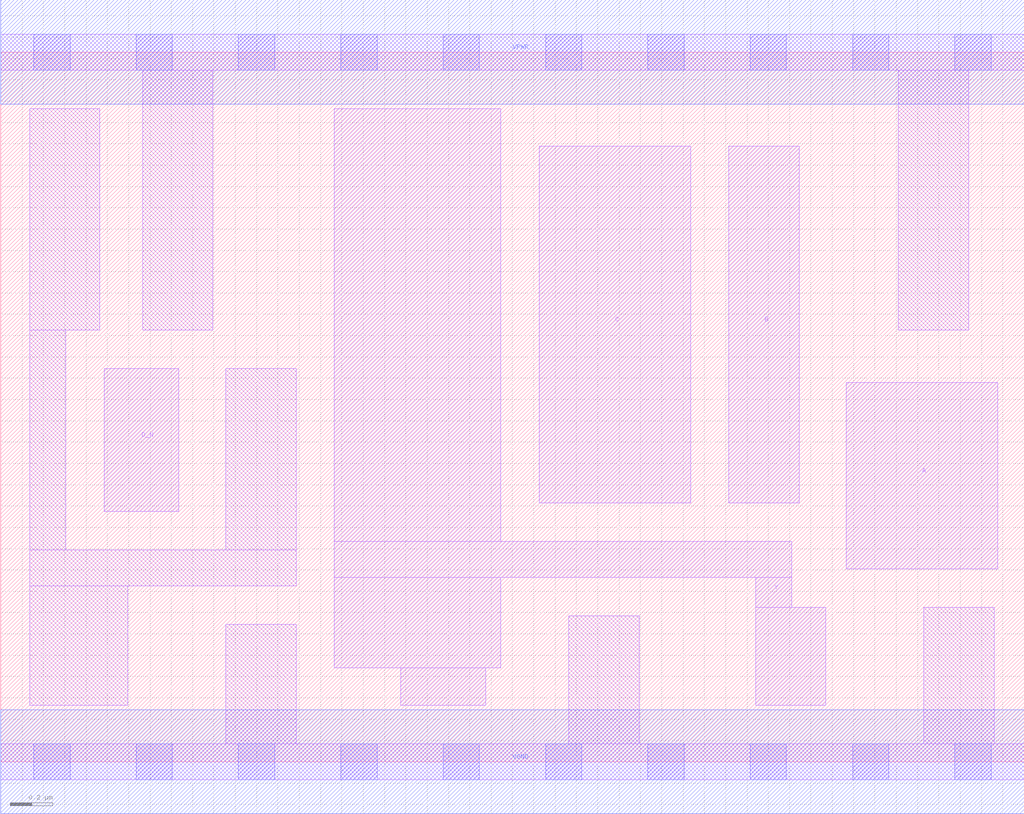
<source format=lef>
# Copyright 2020 The SkyWater PDK Authors
#
# Licensed under the Apache License, Version 2.0 (the "License");
# you may not use this file except in compliance with the License.
# You may obtain a copy of the License at
#
#     https://www.apache.org/licenses/LICENSE-2.0
#
# Unless required by applicable law or agreed to in writing, software
# distributed under the License is distributed on an "AS IS" BASIS,
# WITHOUT WARRANTIES OR CONDITIONS OF ANY KIND, either express or implied.
# See the License for the specific language governing permissions and
# limitations under the License.
#
# SPDX-License-Identifier: Apache-2.0

VERSION 5.7 ;
  NAMESCASESENSITIVE ON ;
  NOWIREEXTENSIONATPIN ON ;
  DIVIDERCHAR "/" ;
  BUSBITCHARS "[]" ;
UNITS
  DATABASE MICRONS 200 ;
END UNITS
MACRO sky130_fd_sc_lp__nor4b_lp
  CLASS CORE ;
  SOURCE USER ;
  FOREIGN sky130_fd_sc_lp__nor4b_lp ;
  ORIGIN  0.000000  0.000000 ;
  SIZE  4.800000 BY  3.330000 ;
  SYMMETRY X Y R90 ;
  SITE unit ;
  PIN A
    ANTENNAGATEAREA  0.376000 ;
    DIRECTION INPUT ;
    USE SIGNAL ;
    PORT
      LAYER li1 ;
        RECT 3.965000 0.905000 4.675000 1.780000 ;
    END
  END A
  PIN B
    ANTENNAGATEAREA  0.376000 ;
    DIRECTION INPUT ;
    USE SIGNAL ;
    PORT
      LAYER li1 ;
        RECT 3.415000 1.215000 3.745000 2.890000 ;
    END
  END B
  PIN C
    ANTENNAGATEAREA  0.376000 ;
    DIRECTION INPUT ;
    USE SIGNAL ;
    PORT
      LAYER li1 ;
        RECT 2.525000 1.215000 3.235000 2.890000 ;
    END
  END C
  PIN D_N
    ANTENNAGATEAREA  0.376000 ;
    DIRECTION INPUT ;
    USE SIGNAL ;
    PORT
      LAYER li1 ;
        RECT 0.485000 1.175000 0.835000 1.845000 ;
    END
  END D_N
  PIN Y
    ANTENNADIFFAREA  0.635200 ;
    DIRECTION OUTPUT ;
    USE SIGNAL ;
    PORT
      LAYER li1 ;
        RECT 1.565000 0.440000 2.345000 0.865000 ;
        RECT 1.565000 0.865000 3.710000 1.035000 ;
        RECT 1.565000 1.035000 2.345000 3.065000 ;
        RECT 1.875000 0.265000 2.275000 0.440000 ;
        RECT 3.540000 0.265000 3.870000 0.725000 ;
        RECT 3.540000 0.725000 3.710000 0.865000 ;
    END
  END Y
  PIN VGND
    DIRECTION INOUT ;
    USE GROUND ;
    PORT
      LAYER met1 ;
        RECT 0.000000 -0.245000 4.800000 0.245000 ;
    END
  END VGND
  PIN VPWR
    DIRECTION INOUT ;
    USE POWER ;
    PORT
      LAYER met1 ;
        RECT 0.000000 3.085000 4.800000 3.575000 ;
    END
  END VPWR
  OBS
    LAYER li1 ;
      RECT 0.000000 -0.085000 4.800000 0.085000 ;
      RECT 0.000000  3.245000 4.800000 3.415000 ;
      RECT 0.135000  0.265000 0.595000 0.825000 ;
      RECT 0.135000  0.825000 1.385000 0.995000 ;
      RECT 0.135000  0.995000 0.305000 2.025000 ;
      RECT 0.135000  2.025000 0.465000 3.065000 ;
      RECT 0.665000  2.025000 0.995000 3.245000 ;
      RECT 1.055000  0.085000 1.385000 0.645000 ;
      RECT 1.055000  0.995000 1.385000 1.845000 ;
      RECT 2.665000  0.085000 2.995000 0.685000 ;
      RECT 4.210000  2.025000 4.540000 3.245000 ;
      RECT 4.330000  0.085000 4.660000 0.725000 ;
    LAYER mcon ;
      RECT 0.155000 -0.085000 0.325000 0.085000 ;
      RECT 0.155000  3.245000 0.325000 3.415000 ;
      RECT 0.635000 -0.085000 0.805000 0.085000 ;
      RECT 0.635000  3.245000 0.805000 3.415000 ;
      RECT 1.115000 -0.085000 1.285000 0.085000 ;
      RECT 1.115000  3.245000 1.285000 3.415000 ;
      RECT 1.595000 -0.085000 1.765000 0.085000 ;
      RECT 1.595000  3.245000 1.765000 3.415000 ;
      RECT 2.075000 -0.085000 2.245000 0.085000 ;
      RECT 2.075000  3.245000 2.245000 3.415000 ;
      RECT 2.555000 -0.085000 2.725000 0.085000 ;
      RECT 2.555000  3.245000 2.725000 3.415000 ;
      RECT 3.035000 -0.085000 3.205000 0.085000 ;
      RECT 3.035000  3.245000 3.205000 3.415000 ;
      RECT 3.515000 -0.085000 3.685000 0.085000 ;
      RECT 3.515000  3.245000 3.685000 3.415000 ;
      RECT 3.995000 -0.085000 4.165000 0.085000 ;
      RECT 3.995000  3.245000 4.165000 3.415000 ;
      RECT 4.475000 -0.085000 4.645000 0.085000 ;
      RECT 4.475000  3.245000 4.645000 3.415000 ;
  END
END sky130_fd_sc_lp__nor4b_lp

</source>
